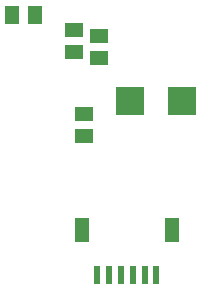
<source format=gtp>
G75*
%MOIN*%
%OFA0B0*%
%FSLAX25Y25*%
%IPPOS*%
%LPD*%
%AMOC8*
5,1,8,0,0,1.08239X$1,22.5*
%
%ADD10R,0.05906X0.05118*%
%ADD11R,0.02362X0.06102*%
%ADD12R,0.04724X0.07874*%
%ADD13R,0.05118X0.05906*%
%ADD14R,0.09449X0.09449*%
D10*
X0291000Y0309760D03*
X0291000Y0317240D03*
X0296000Y0335760D03*
X0296000Y0343240D03*
X0287500Y0345240D03*
X0287500Y0337760D03*
D11*
X0295315Y0263500D03*
X0299252Y0263500D03*
X0303189Y0263500D03*
X0307126Y0263500D03*
X0311063Y0263500D03*
X0315000Y0263500D03*
D12*
X0320118Y0278559D03*
X0290197Y0278559D03*
D13*
X0274490Y0350000D03*
X0267010Y0350000D03*
D14*
X0306339Y0321500D03*
X0323661Y0321500D03*
M02*

</source>
